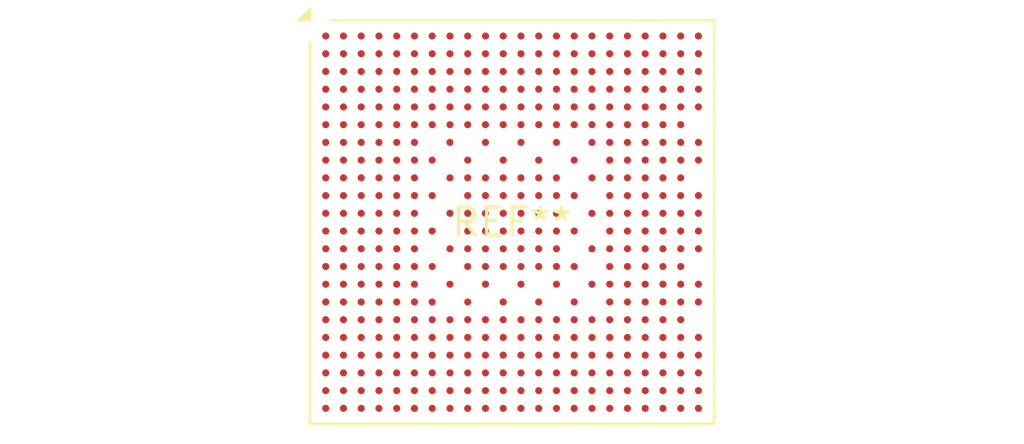
<source format=kicad_pcb>
(kicad_pcb (version 20240108) (generator pcbnew)
  (layers (0 "F.Cu" signal) (31 "B.Cu" signal) (34 "B.Paste" user) (35 "F.Paste" user) (36 "B.SilkS" user "B.Silkscreen") (37 "F.SilkS" user "F.Silkscreen") (38 "B.Mask" user) (39 "F.Mask" user) (44 "Edge.Cuts" user))
  (net 0 "")
  (footprint "ST_LFBGA-448_18x18mm_Layout22x22_P0.8mm" (layer "F.Cu") (at 0 0)
    (property "Reference" "REF**")
    (property "Value" "ST_LFBGA-448_18x18mm_Layout22x22_P0.8mm")
    (pad "A1" smd circle (at -8.4 -8.4) (size 0.32 0.32) (property pad_prop_bga) (layers "F.Cu" "F.Paste" "F.Mask"))
    (pad "A2" smd circle (at -7.6 -8.4) (size 0.32 0.32) (property pad_prop_bga) (layers "F.Cu" "F.Paste" "F.Mask"))
    (pad "A3" smd circle (at -6.8 -8.4) (size 0.32 0.32) (property pad_prop_bga) (layers "F.Cu" "F.Paste" "F.Mask"))
    (pad "A4" smd circle (at -6 -8.4) (size 0.32 0.32) (property pad_prop_bga) (layers "F.Cu" "F.Paste" "F.Mask"))
    (pad "A5" smd circle (at -5.2 -8.4) (size 0.32 0.32) (property pad_prop_bga) (layers "F.Cu" "F.Paste" "F.Mask"))
    (pad "A6" smd circle (at -4.4 -8.4) (size 0.32 0.32) (property pad_prop_bga) (layers "F.Cu" "F.Paste" "F.Mask"))
    (pad "A7" smd circle (at -3.6 -8.4) (size 0.32 0.32) (property pad_prop_bga) (layers "F.Cu" "F.Paste" "F.Mask"))
    (pad "A8" smd circle (at -2.8 -8.4) (size 0.32 0.32) (property pad_prop_bga) (layers "F.Cu" "F.Paste" "F.Mask"))
    (pad "A9" smd circle (at -2 -8.4) (size 0.32 0.32) (property pad_prop_bga) (layers "F.Cu" "F.Paste" "F.Mask"))
    (pad "A10" smd circle (at -1.2 -8.4) (size 0.32 0.32) (property pad_prop_bga) (layers "F.Cu" "F.Paste" "F.Mask"))
    (pad "A11" smd circle (at -0.4 -8.4) (size 0.32 0.32) (property pad_prop_bga) (layers "F.Cu" "F.Paste" "F.Mask"))
    (pad "A12" smd circle (at 0.4 -8.4) (size 0.32 0.32) (property pad_prop_bga) (layers "F.Cu" "F.Paste" "F.Mask"))
    (pad "A13" smd circle (at 1.2 -8.4) (size 0.32 0.32) (property pad_prop_bga) (layers "F.Cu" "F.Paste" "F.Mask"))
    (pad "A14" smd circle (at 2 -8.4) (size 0.32 0.32) (property pad_prop_bga) (layers "F.Cu" "F.Paste" "F.Mask"))
    (pad "A15" smd circle (at 2.8 -8.4) (size 0.32 0.32) (property pad_prop_bga) (layers "F.Cu" "F.Paste" "F.Mask"))
    (pad "A16" smd circle (at 3.6 -8.4) (size 0.32 0.32) (property pad_prop_bga) (layers "F.Cu" "F.Paste" "F.Mask"))
    (pad "A17" smd circle (at 4.4 -8.4) (size 0.32 0.32) (property pad_prop_bga) (layers "F.Cu" "F.Paste" "F.Mask"))
    (pad "A18" smd circle (at 5.2 -8.4) (size 0.32 0.32) (property pad_prop_bga) (layers "F.Cu" "F.Paste" "F.Mask"))
    (pad "A19" smd circle (at 6 -8.4) (size 0.32 0.32) (property pad_prop_bga) (layers "F.Cu" "F.Paste" "F.Mask"))
    (pad "A20" smd circle (at 6.8 -8.4) (size 0.32 0.32) (property pad_prop_bga) (layers "F.Cu" "F.Paste" "F.Mask"))
    (pad "A21" smd circle (at 7.6 -8.4) (size 0.32 0.32) (property pad_prop_bga) (layers "F.Cu" "F.Paste" "F.Mask"))
    (pad "A22" smd circle (at 8.4 -8.4) (size 0.32 0.32) (property pad_prop_bga) (layers "F.Cu" "F.Paste" "F.Mask"))
    (pad "AA1" smd circle (at -8.4 7.6) (size 0.32 0.32) (property pad_prop_bga) (layers "F.Cu" "F.Paste" "F.Mask"))
    (pad "AA2" smd circle (at -7.6 7.6) (size 0.32 0.32) (property pad_prop_bga) (layers "F.Cu" "F.Paste" "F.Mask"))
    (pad "AA3" smd circle (at -6.8 7.6) (size 0.32 0.32) (property pad_prop_bga) (layers "F.Cu" "F.Paste" "F.Mask"))
    (pad "AA4" smd circle (at -6 7.6) (size 0.32 0.32) (property pad_prop_bga) (layers "F.Cu" "F.Paste" "F.Mask"))
    (pad "AA5" smd circle (at -5.2 7.6) (size 0.32 0.32) (property pad_prop_bga) (layers "F.Cu" "F.Paste" "F.Mask"))
    (pad "AA6" smd circle (at -4.4 7.6) (size 0.32 0.32) (property pad_prop_bga) (layers "F.Cu" "F.Paste" "F.Mask"))
    (pad "AA7" smd circle (at -3.6 7.6) (size 0.32 0.32) (property pad_prop_bga) (layers "F.Cu" "F.Paste" "F.Mask"))
    (pad "AA8" smd circle (at -2.8 7.6) (size 0.32 0.32) (property pad_prop_bga) (layers "F.Cu" "F.Paste" "F.Mask"))
    (pad "AA9" smd circle (at -2 7.6) (size 0.32 0.32) (property pad_prop_bga) (layers "F.Cu" "F.Paste" "F.Mask"))
    (pad "AA10" smd circle (at -1.2 7.6) (size 0.32 0.32) (property pad_prop_bga) (layers "F.Cu" "F.Paste" "F.Mask"))
    (pad "AA11" smd circle (at -0.4 7.6) (size 0.32 0.32) (property pad_prop_bga) (layers "F.Cu" "F.Paste" "F.Mask"))
    (pad "AA12" smd circle (at 0.4 7.6) (size 0.32 0.32) (property pad_prop_bga) (layers "F.Cu" "F.Paste" "F.Mask"))
    (pad "AA13" smd circle (at 1.2 7.6) (size 0.32 0.32) (property pad_prop_bga) (layers "F.Cu" "F.Paste" "F.Mask"))
    (pad "AA14" smd circle (at 2 7.6) (size 0.32 0.32) (property pad_prop_bga) (layers "F.Cu" "F.Paste" "F.Mask"))
    (pad "AA15" smd circle (at 2.8 7.6) (size 0.32 0.32) (property pad_prop_bga) (layers "F.Cu" "F.Paste" "F.Mask"))
    (pad "AA16" smd circle (at 3.6 7.6) (size 0.32 0.32) (property pad_prop_bga) (layers "F.Cu" "F.Paste" "F.Mask"))
    (pad "AA17" smd circle (at 4.4 7.6) (size 0.32 0.32) (property pad_prop_bga) (layers "F.Cu" "F.Paste" "F.Mask"))
    (pad "AA18" smd circle (at 5.2 7.6) (size 0.32 0.32) (property pad_prop_bga) (layers "F.Cu" "F.Paste" "F.Mask"))
    (pad "AA19" smd circle (at 6 7.6) (size 0.32 0.32) (property pad_prop_bga) (layers "F.Cu" "F.Paste" "F.Mask"))
    (pad "AA20" smd circle (at 6.8 7.6) (size 0.32 0.32) (property pad_prop_bga) (layers "F.Cu" "F.Paste" "F.Mask"))
    (pad "AA21" smd circle (at 7.6 7.6) (size 0.32 0.32) (property pad_prop_bga) (layers "F.Cu" "F.Paste" "F.Mask"))
    (pad "AA22" smd circle (at 8.4 7.6) (size 0.32 0.32) (property pad_prop_bga) (layers "F.Cu" "F.Paste" "F.Mask"))
    (pad "AB1" smd circle (at -8.4 8.4) (size 0.32 0.32) (property pad_prop_bga) (layers "F.Cu" "F.Paste" "F.Mask"))
    (pad "AB2" smd circle (at -7.6 8.4) (size 0.32 0.32) (property pad_prop_bga) (layers "F.Cu" "F.Paste" "F.Mask"))
    (pad "AB3" smd circle (at -6.8 8.4) (size 0.32 0.32) (property pad_prop_bga) (layers "F.Cu" "F.Paste" "F.Mask"))
    (pad "AB4" smd circle (at -6 8.4) (size 0.32 0.32) (property pad_prop_bga) (layers "F.Cu" "F.Paste" "F.Mask"))
    (pad "AB5" smd circle (at -5.2 8.4) (size 0.32 0.32) (property pad_prop_bga) (layers "F.Cu" "F.Paste" "F.Mask"))
    (pad "AB6" smd circle (at -4.4 8.4) (size 0.32 0.32) (property pad_prop_bga) (layers "F.Cu" "F.Paste" "F.Mask"))
    (pad "AB7" smd circle (at -3.6 8.4) (size 0.32 0.32) (property pad_prop_bga) (layers "F.Cu" "F.Paste" "F.Mask"))
    (pad "AB8" smd circle (at -2.8 8.4) (size 0.32 0.32) (property pad_prop_bga) (layers "F.Cu" "F.Paste" "F.Mask"))
    (pad "AB9" smd circle (at -2 8.4) (size 0.32 0.32) (property pad_prop_bga) (layers "F.Cu" "F.Paste" "F.Mask"))
    (pad "AB10" smd circle (at -1.2 8.4) (size 0.32 0.32) (property pad_prop_bga) (layers "F.Cu" "F.Paste" "F.Mask"))
    (pad "AB11" smd circle (at -0.4 8.4) (size 0.32 0.32) (property pad_prop_bga) (layers "F.Cu" "F.Paste" "F.Mask"))
    (pad "AB12" smd circle (at 0.4 8.4) (size 0.32 0.32) (property pad_prop_bga) (layers "F.Cu" "F.Paste" "F.Mask"))
    (pad "AB13" smd circle (at 1.2 8.4) (size 0.32 0.32) (property pad_prop_bga) (layers "F.Cu" "F.Paste" "F.Mask"))
    (pad "AB14" smd circle (at 2 8.4) (size 0.32 0.32) (property pad_prop_bga) (layers "F.Cu" "F.Paste" "F.Mask"))
    (pad "AB15" smd circle (at 2.8 8.4) (size 0.32 0.32) (property pad_prop_bga) (layers "F.Cu" "F.Paste" "F.Mask"))
    (pad "AB16" smd circle (at 3.6 8.4) (size 0.32 0.32) (property pad_prop_bga) (layers "F.Cu" "F.Paste" "F.Mask"))
    (pad "AB17" smd circle (at 4.4 8.4) (size 0.32 0.32) (property pad_prop_bga) (layers "F.Cu" "F.Paste" "F.Mask"))
    (pad "AB18" smd circle (at 5.2 8.4) (size 0.32 0.32) (property pad_prop_bga) (layers "F.Cu" "F.Paste" "F.Mask"))
    (pad "AB19" smd circle (at 6 8.4) (size 0.32 0.32) (property pad_prop_bga) (layers "F.Cu" "F.Paste" "F.Mask"))
    (pad "AB20" smd circle (at 6.8 8.4) (size 0.32 0.32) (property pad_prop_bga) (layers "F.Cu" "F.Paste" "F.Mask"))
    (pad "AB21" smd circle (at 7.6 8.4) (size 0.32 0.32) (property pad_prop_bga) (layers "F.Cu" "F.Paste" "F.Mask"))
    (pad "AB22" smd circle (at 8.4 8.4) (size 0.32 0.32) (property pad_prop_bga) (layers "F.Cu" "F.Paste" "F.Mask"))
    (pad "B1" smd circle (at -8.4 -7.6) (size 0.32 0.32) (property pad_prop_bga) (layers "F.Cu" "F.Paste" "F.Mask"))
    (pad "B2" smd circle (at -7.6 -7.6) (size 0.32 0.32) (property pad_prop_bga) (layers "F.Cu" "F.Paste" "F.Mask"))
    (pad "B3" smd circle (at -6.8 -7.6) (size 0.32 0.32) (property pad_prop_bga) (layers "F.Cu" "F.Paste" "F.Mask"))
    (pad "B4" smd circle (at -6 -7.6) (size 0.32 0.32) (property pad_prop_bga) (layers "F.Cu" "F.Paste" "F.Mask"))
    (pad "B5" smd circle (at -5.2 -7.6) (size 0.32 0.32) (property pad_prop_bga) (layers "F.Cu" "F.Paste" "F.Mask"))
    (pad "B6" smd circle (at -4.4 -7.6) (size 0.32 0.32) (property pad_prop_bga) (layers "F.Cu" "F.Paste" "F.Mask"))
    (pad "B7" smd circle (at -3.6 -7.6) (size 0.32 0.32) (property pad_prop_bga) (layers "F.Cu" "F.Paste" "F.Mask"))
    (pad "B8" smd circle (at -2.8 -7.6) (size 0.32 0.32) (property pad_prop_bga) (layers "F.Cu" "F.Paste" "F.Mask"))
    (pad "B9" smd circle (at -2 -7.6) (size 0.32 0.32) (property pad_prop_bga) (layers "F.Cu" "F.Paste" "F.Mask"))
    (pad "B10" smd circle (at -1.2 -7.6) (size 0.32 0.32) (property pad_prop_bga) (layers "F.Cu" "F.Paste" "F.Mask"))
    (pad "B11" smd circle (at -0.4 -7.6) (size 0.32 0.32) (property pad_prop_bga) (layers "F.Cu" "F.Paste" "F.Mask"))
    (pad "B12" smd circle (at 0.4 -7.6) (size 0.32 0.32) (property pad_prop_bga) (layers "F.Cu" "F.Paste" "F.Mask"))
    (pad "B13" smd circle (at 1.2 -7.6) (size 0.32 0.32) (property pad_prop_bga) (layers "F.Cu" "F.Paste" "F.Mask"))
    (pad "B14" smd circle (at 2 -7.6) (size 0.32 0.32) (property pad_prop_bga) (layers "F.Cu" "F.Paste" "F.Mask"))
    (pad "B15" smd circle (at 2.8 -7.6) (size 0.32 0.32) (property pad_prop_bga) (layers "F.Cu" "F.Paste" "F.Mask"))
    (pad "B16" smd circle (at 3.6 -7.6) (size 0.32 0.32) (property pad_prop_bga) (layers "F.Cu" "F.Paste" "F.Mask"))
    (pad "B17" smd circle (at 4.4 -7.6) (size 0.32 0.32) (property pad_prop_bga) (layers "F.Cu" "F.Paste" "F.Mask"))
    (pad "B18" smd circle (at 5.2 -7.6) (size 0.32 0.32) (property pad_prop_bga) (layers "F.Cu" "F.Paste" "F.Mask"))
    (pad "B19" smd circle (at 6 -7.6) (size 0.32 0.32) (property pad_prop_bga) (layers "F.Cu" "F.Paste" "F.Mask"))
    (pad "B20" smd circle (at 6.8 -7.6) (size 0.32 0.32) (property pad_prop_bga) (layers "F.Cu" "F.Paste" "F.Mask"))
    (pad "B21" smd circle (at 7.6 -7.6) (size 0.32 0.32) (property pad_prop_bga) (layers "F.Cu" "F.Paste" "F.Mask"))
    (pad "B22" smd circle (at 8.4 -7.6) (size 0.32 0.32) (property pad_prop_bga) (layers "F.Cu" "F.Paste" "F.Mask"))
    (pad "C1" smd circle (at -8.4 -6.8) (size 0.32 0.32) (property pad_prop_bga) (layers "F.Cu" "F.Paste" "F.Mask"))
    (pad "C2" smd circle (at -7.6 -6.8) (size 0.32 0.32) (property pad_prop_bga) (layers "F.Cu" "F.Paste" "F.Mask"))
    (pad "C3" smd circle (at -6.8 -6.8) (size 0.32 0.32) (property pad_prop_bga) (layers "F.Cu" "F.Paste" "F.Mask"))
    (pad "C4" smd circle (at -6 -6.8) (size 0.32 0.32) (property pad_prop_bga) (layers "F.Cu" "F.Paste" "F.Mask"))
    (pad "C5" smd circle (at -5.2 -6.8) (size 0.32 0.32) (property pad_prop_bga) (layers "F.Cu" "F.Paste" "F.Mask"))
    (pad "C6" smd circle (at -4.4 -6.8) (size 0.32 0.32) (property pad_prop_bga) (layers "F.Cu" "F.Paste" "F.Mask"))
    (pad "C7" smd circle (at -3.6 -6.8) (size 0.32 0.32) (property pad_prop_bga) (layers "F.Cu" "F.Paste" "F.Mask"))
    (pad "C8" smd circle (at -2.8 -6.8) (size 0.32 0.32) (property pad_prop_bga) (layers "F.Cu" "F.Paste" "F.Mask"))
    (pad "C9" smd circle (at -2 -6.8) (size 0.32 0.32) (property pad_prop_bga) (layers "F.Cu" "F.Paste" "F.Mask"))
    (pad "C10" smd circle (at -1.2 -6.8) (size 0.32 0.32) (property pad_prop_bga) (layers "F.Cu" "F.Paste" "F.Mask"))
    (pad "C11" smd circle (at -0.4 -6.8) (size 0.32 0.32) (property pad_prop_bga) (layers "F.Cu" "F.Paste" "F.Mask"))
    (pad "C12" smd circle (at 0.4 -6.8) (size 0.32 0.32) (property pad_prop_bga) (layers "F.Cu" "F.Paste" "F.Mask"))
    (pad "C13" smd circle (at 1.2 -6.8) (size 0.32 0.32) (property pad_prop_bga) (layers "F.Cu" "F.Paste" "F.Mask"))
    (pad "C14" smd circle (at 2 -6.8) (size 0.32 0.32) (property pad_prop_bga) (layers "F.Cu" "F.Paste" "F.Mask"))
    (pad "C15" smd circle (at 2.8 -6.8) (size 0.32 0.32) (property pad_prop_bga) (layers "F.Cu" "F.Paste" "F.Mask"))
    (pad "C16" smd circle (at 3.6 -6.8) (size 0.32 0.32) (property pad_prop_bga) (layers "F.Cu" "F.Paste" "F.Mask"))
    (pad "C17" smd circle (at 4.4 -6.8) (size 0.32 0.32) (property pad_prop_bga) (layers "F.Cu" "F.Paste" "F.Mask"))
    (pad "C18" smd circle (at 5.2 -6.8) (size 0.32 0.32) (property pad_prop_bga) (layers "F.Cu" "F.Paste" "F.Mask"))
    (pad "C19" smd circle (at 6 -6.8) (size 0.32 0.32) (property pad_prop_bga) (layers "F.Cu" "F.Paste" "F.Mask"))
    (pad "C20" smd circle (at 6.8 -6.8) (size 0.32 0.32) (property pad_prop_bga) (layers "F.Cu" "F.Paste" "F.Mask"))
    (pad "C21" smd circle (at 7.6 -6.8) (size 0.32 0.32) (property pad_prop_bga) (layers "F.Cu" "F.Paste" "F.Mask"))
    (pad "C22" smd circle (at 8.4 -6.8) (size 0.32 0.32) (property pad_prop_bga) (layers "F.Cu" "F.Paste" "F.Mask"))
    (pad "D1" smd circle (at -8.4 -6) (size 0.32 0.32) (property pad_prop_bga) (layers "F.Cu" "F.Paste" "F.Mask"))
    (pad "D2" smd circle (at -7.6 -6) (size 0.32 0.32) (property pad_prop_bga) (layers "F.Cu" "F.Paste" "F.Mask"))
    (pad "D3" smd circle (at -6.8 -6) (size 0.32 0.32) (property pad_prop_bga) (layers "F.Cu" "F.Paste" "F.Mask"))
    (pad "D4" smd circle (at -6 -6) (size 0.32 0.32) (property pad_prop_bga) (layers "F.Cu" "F.Paste" "F.Mask"))
    (pad "D5" smd circle (at -5.2 -6) (size 0.32 0.32) (property pad_prop_bga) (layers "F.Cu" "F.Paste" "F.Mask"))
    (pad "D6" smd circle (at -4.4 -6) (size 0.32 0.32) (property pad_prop_bga) (layers "F.Cu" "F.Paste" "F.Mask"))
    (pad "D7" smd circle (at -3.6 -6) (size 0.32 0.32) (property pad_prop_bga) (layers "F.Cu" "F.Paste" "F.Mask"))
    (pad "D8" smd circle (at -2.8 -6) (size 0.32 0.32) (property pad_prop_bga) (layers "F.Cu" "F.Paste" "F.Mask"))
    (pad "D9" smd circle (at -2 -6) (size 0.32 0.32) (property pad_prop_bga) (layers "F.Cu" "F.Paste" "F.Mask"))
    (pad "D10" smd circle (at -1.2 -6) (size 0.32 0.32) (property pad_prop_bga) (layers "F.Cu" "F.Paste" "F.Mask"))
    (pad "D11" smd circle (at -0.4 -6) (size 0.32 0.32) (property pad_prop_bga) (layers "F.Cu" "F.Paste" "F.Mask"))
    (pad "D12" smd circle (at 0.4 -6) (size 0.32 0.32) (property pad_prop_bga) (layers "F.Cu" "F.Paste" "F.Mask"))
    (pad "D13" smd circle (at 1.2 -6) (size 0.32 0.32) (property pad_prop_bga) (layers "F.Cu" "F.Paste" "F.Mask"))
    (pad "D14" smd circle (at 2 -6) (size 0.32 0.32) (property pad_prop_bga) (layers "F.Cu" "F.Paste" "F.Mask"))
    (pad "D15" smd circle (at 2.8 -6) (size 0.32 0.32) (property pad_prop_bga) (layers "F.Cu" "F.Paste" "F.Mask"))
    (pad "D16" smd circle (at 3.6 -6) (size 0.32 0.32) (property pad_prop_bga) (layers "F.Cu" "F.Paste" "F.Mask"))
    (pad "D17" smd circle (at 4.4 -6) (size 0.32 0.32) (property pad_prop_bga) (layers "F.Cu" "F.Paste" "F.Mask"))
    (pad "D18" smd circle (at 5.2 -6) (size 0.32 0.32) (property pad_prop_bga) (layers "F.Cu" "F.Paste" "F.Mask"))
    (pad "D19" smd circle (at 6 -6) (size 0.32 0.32) (property pad_prop_bga) (layers "F.Cu" "F.Paste" "F.Mask"))
    (pad "D20" smd circle (at 6.8 -6) (size 0.32 0.32) (property pad_prop_bga) (layers "F.Cu" "F.Paste" "F.Mask"))
    (pad "D21" smd circle (at 7.6 -6) (size 0.32 0.32) (property pad_prop_bga) (layers "F.Cu" "F.Paste" "F.Mask"))
    (pad "D22" smd circle (at 8.4 -6) (size 0.32 0.32) (property pad_prop_bga) (layers "F.Cu" "F.Paste" "F.Mask"))
    (pad "E1" smd circle (at -8.4 -5.2) (size 0.32 0.32) (property pad_prop_bga) (layers "F.Cu" "F.Paste" "F.Mask"))
    (pad "E2" smd circle (at -7.6 -5.2) (size 0.32 0.32) (property pad_prop_bga) (layers "F.Cu" "F.Paste" "F.Mask"))
    (pad "E3" smd circle (at -6.8 -5.2) (size 0.32 0.32) (property pad_prop_bga) (layers "F.Cu" "F.Paste" "F.Mask"))
    (pad "E4" smd circle (at -6 -5.2) (size 0.32 0.32) (property pad_prop_bga) (layers "F.Cu" "F.Paste" "F.Mask"))
    (pad "E5" smd circle (at -5.2 -5.2) (size 0.32 0.32) (property pad_prop_bga) (layers "F.Cu" "F.Paste" "F.Mask"))
    (pad "E6" smd circle (at -4.4 -5.2) (size 0.32 0.32) (property pad_prop_bga) (layers "F.Cu" "F.Paste" "F.Mask"))
    (pad "E7" smd circle (at -3.6 -5.2) (size 0.32 0.32) (property pad_prop_bga) (layers "F.Cu" "F.Paste" "F.Mask"))
    (pad "E8" smd circle (at -2.8 -5.2) (size 0.32 0.32) (property pad_prop_bga) (layers "F.Cu" "F.Paste" "F.Mask"))
    (pad "E9" smd circle (at -2 -5.2) (size 0.32 0.32) (property pad_prop_bga) (layers "F.Cu" "F.Paste" "F.Mask"))
    (pad "E10" smd circle (at -1.2 -5.2) (size 0.32 0.32) (property pad_prop_bga) (layers "F.Cu" "F.Paste" "F.Mask"))
    (pad "E11" smd circle (at -0.4 -5.2) (size 0.32 0.32) (property pad_prop_bga) (layers "F.Cu" "F.Paste" "F.Mask"))
    (pad "E12" smd circle (at 0.4 -5.2) (size 0.32 0.32) (property pad_prop_bga) (layers "F.Cu" "F.Paste" "F.Mask"))
    (pad "E13" smd circle (at 1.2 -5.2) (size 0.32 0.32) (property pad_prop_bga) (layers "F.Cu" "F.Paste" "F.Mask"))
    (pad "E14" smd circle (at 2 -5.2) (size 0.32 0.32) (property pad_prop_bga) (layers "F.Cu" "F.Paste" "F.Mask"))
    (pad "E15" smd circle (at 2.8 -5.2) (size 0.32 0.32) (property pad_prop_bga) (layers "F.Cu" "F.Paste" "F.Mask"))
    (pad "E16" smd circle (at 3.6 -5.2) (size 0.32 0.32) (property pad_prop_bga) (layers "F.Cu" "F.Paste" "F.Mask"))
    (pad "E17" smd circle (at 4.4 -5.2) (size 0.32 0.32) (property pad_prop_bga) (layers "F.Cu" "F.Paste" "F.Mask"))
    (pad "E18" smd circle (at 5.2 -5.2) (size 0.32 0.32) (property pad_prop_bga) (layers "F.Cu" "F.Paste" "F.Mask"))
    (pad "E19" smd circle (at 6 -5.2) (size 0.32 0.32) (property pad_prop_bga) (layers "F.Cu" "F.Paste" "F.Mask"))
    (pad "E20" smd circle (at 6.8 -5.2) (size 0.32 0.32) (property pad_prop_bga) (layers "F.Cu" "F.Paste" "F.Mask"))
    (pad "E21" smd circle (at 7.6 -5.2) (size 0.32 0.32) (property pad_prop_bga) (layers "F.Cu" "F.Paste" "F.Mask"))
    (pad "E22" smd circle (at 8.4 -5.2) (size 0.32 0.32) (property pad_prop_bga) (layers "F.Cu" "F.Paste" "F.Mask"))
    (pad "F1" smd circle (at -8.4 -4.4) (size 0.32 0.32) (property pad_prop_bga) (layers "F.Cu" "F.Paste" "F.Mask"))
    (pad "F2" smd circle (at -7.6 -4.4) (size 0.32 0.32) (property pad_prop_bga) (layers "F.Cu" "F.Paste" "F.Mask"))
    (pad "F3" smd circle (at -6.8 -4.4) (size 0.32 0.32) (property pad_prop_bga) (layers "F.Cu" "F.Paste" "F.Mask"))
    (pad "F4" smd circle (at -6 -4.4) (size 0.32 0.32) (property pad_prop_bga) (layers "F.Cu" "F.Paste" "F.Mask"))
    (pad "F5" smd circle (at -5.2 -4.4) (size 0.32 0.32) (property pad_prop_bga) (layers "F.Cu" "F.Paste" "F.Mask"))
    (pad "F6" smd circle (at -4.4 -4.4) (size 0.32 0.32) (property pad_prop_bga) (layers "F.Cu" "F.Paste" "F.Mask"))
    (pad "F7" smd circle (at -3.6 -4.4) (size 0.32 0.32) (property pad_prop_bga) (layers "F.Cu" "F.Paste" "F.Mask"))
    (pad "F8" smd circle (at -2.8 -4.4) (size 0.32 0.32) (property pad_prop_bga) (layers "F.Cu" "F.Paste" "F.Mask"))
    (pad "F9" smd circle (at -2 -4.4) (size 0.32 0.32) (property pad_prop_bga) (layers "F.Cu" "F.Paste" "F.Mask"))
    (pad "F10" smd circle (at -1.2 -4.4) (size 0.32 0.32) (property pad_prop_bga) (layers "F.Cu" "F.Paste" "F.Mask"))
    (pad "F11" smd circle (at -0.4 -4.4) (size 0.32 0.32) (property pad_prop_bga) (layers "F.Cu" "F.Paste" "F.Mask"))
    (pad "F12" smd circle (at 0.4 -4.4) (size 0.32 0.32) (property pad_prop_bga) (layers "F.Cu" "F.Paste" "F.Mask"))
    (pad "F13" smd circle (at 1.2 -4.4) (size 0.32 0.32) (property pad_prop_bga) (layers "F.Cu" "F.Paste" "F.Mask"))
    (pad "F14" smd circle (at 2 -4.4) (size 0.32 0.32) (property pad_prop_bga) (layers "F.Cu" "F.Paste" "F.Mask"))
    (pad "F15" smd circle (at 2.8 -4.4) (size 0.32 0.32) (property pad_prop_bga) (layers "F.Cu" "F.Paste" "F.Mask"))
    (pad "F16" smd circle (at 3.6 -4.4) (size 0.32 0.32) (property pad_prop_bga) (layers "F.Cu" "F.Paste" "F.Mask"))
    (pad "F17" smd circle (at 4.4 -4.4) (size 0.32 0.32) (property pad_prop_bga) (layers "F.Cu" "F.Paste" "F.Mask"))
    (pad "F18" smd circle (at 5.2 -4.4) (size 0.32 0.32) (property pad_prop_bga) (layers "F.Cu" "F.Paste" "F.Mask"))
    (pad "F19" smd circle (at 6 -4.4) (size 0.32 0.32) (property pad_prop_bga) (layers "F.Cu" "F.Paste" "F.Mask"))
    (pad "F20" smd circle (at 6.8 -4.4) (size 0.32 0.32) (property pad_prop_bga) (layers "F.Cu" "F.Paste" "F.Mask"))
    (pad "F21" smd circle (at 7.6 -4.4) (size 0.32 0.32) (property pad_prop_bga) (layers "F.Cu" "F.Paste" "F.Mask"))
    (pad "G1" smd circle (at -8.4 -3.6) (size 0.32 0.32) (property pad_prop_bga) (layers "F.Cu" "F.Paste" "F.Mask"))
    (pad "G2" smd circle (at -7.6 -3.6) (size 0.32 0.32) (property pad_prop_bga) (layers "F.Cu" "F.Paste" "F.Mask"))
    (pad "G3" smd circle (at -6.8 -3.6) (size 0.32 0.32) (property pad_prop_bga) (layers "F.Cu" "F.Paste" "F.Mask"))
    (pad "G4" smd circle (at -6 -3.6) (size 0.32 0.32) (property pad_prop_bga) (layers "F.Cu" "F.Paste" "F.Mask"))
    (pad "G5" smd circle (at -5.2 -3.6) (size 0.32 0.32) (property pad_prop_bga) (layers "F.Cu" "F.Paste" "F.Mask"))
    (pad "G6" smd circle (at -4.4 -3.6) (size 0.32 0.32) (property pad_prop_bga) (layers "F.Cu" "F.Paste" "F.Mask"))
    (pad "G8" smd circle (at -2.8 -3.6) (size 0.32 0.32) (property pad_prop_bga) (layers "F.Cu" "F.Paste" "F.Mask"))
    (pad "G10" smd circle (at -1.2 -3.6) (size 0.32 0.32) (property pad_prop_bga) (layers "F.Cu" "F.Paste" "F.Mask"))
    (pad "G12" smd circle (at 0.4 -3.6) (size 0.32 0.32) (property pad_prop_bga) (layers "F.Cu" "F.Paste" "F.Mask"))
    (pad "G14" smd circle (at 2 -3.6) (size 0.32 0.32) (property pad_prop_bga) (layers "F.Cu" "F.Paste" "F.Mask"))
    (pad "G16" smd circle (at 3.6 -3.6) (size 0.32 0.32) (property pad_prop_bga) (layers "F.Cu" "F.Paste" "F.Mask"))
    (pad "G17" smd circle (at 4.4 -3.6) (size 0.32 0.32) (property pad_prop_bga) (layers "F.Cu" "F.Paste" "F.Mask"))
    (pad "G18" smd circle (at 5.2 -3.6) (size 0.32 0.32) (property pad_prop_bga) (layers "F.Cu" "F.Paste" "F.Mask"))
    (pad "G19" smd circle (at 6 -3.6) (size 0.32 0.32) (property pad_prop_bga) (layers "F.Cu" "F.Paste" "F.Mask"))
    (pad "G20" smd circle (at 6.8 -3.6) (size 0.32 0.32) (property pad_prop_bga) (layers "F.Cu" "F.Paste" "F.Mask"))
    (pad "G21" smd circle (at 7.6 -3.6) (size 0.32 0.32) (property pad_prop_bga) (layers "F.Cu" "F.Paste" "F.Mask"))
    (pad "G22" smd circle (at 8.4 -3.6) (size 0.32 0.32) (property pad_prop_bga) (layers "F.Cu" "F.Paste" "F.Mask"))
    (pad "H1" smd circle (at -8.4 -2.8) (size 0.32 0.32) (property pad_prop_bga) (layers "F.Cu" "F.Paste" "F.Mask"))
    (pad "H2" smd circle (at -7.6 -2.8) (size 0.32 0.32) (property pad_prop_bga) (layers "F.Cu" "F.Paste" "F.Mask"))
    (pad "H3" smd circle (at -6.8 -2.8) (size 0.32 0.32) (property pad_prop_bga) (layers "F.Cu" "F.Paste" "F.Mask"))
    (pad "H4" smd circle (at -6 -2.8) (size 0.32 0.32) (property pad_prop_bga) (layers "F.Cu" "F.Paste" "F.Mask"))
    (pad "H5" smd circle (at -5.2 -2.8) (size 0.32 0.32) (property pad_prop_bga) (layers "F.Cu" "F.Paste" "F.Mask"))
    (pad "H6" smd circle (at -4.4 -2.8) (size 0.32 0.32) (property pad_prop_bga) (layers "F.Cu" "F.Paste" "F.Mask"))
    (pad "H7" smd circle (at -3.6 -2.8) (size 0.32 0.32) (property pad_prop_bga) (layers "F.Cu" "F.Paste" "F.Mask"))
    (pad "H9" smd circle (at -2 -2.8) (size 0.32 0.32) (property pad_prop_bga) (layers "F.Cu" "F.Paste" "F.Mask"))
    (pad "H11" smd circle (at -0.4 -2.8) (size 0.32 0.32) (property pad_prop_bga) (layers "F.Cu" "F.Paste" "F.Mask"))
    (pad "H13" smd circle (at 1.2 -2.8) (size 0.32 0.32) (property pad_prop_bga) (layers "F.Cu" "F.Paste" "F.Mask"))
    (pad "H15" smd circle (at 2.8 -2.8) (size 0.32 0.32) (property pad_prop_bga) (layers "F.Cu" "F.Paste" "F.Mask"))
    (pad "H17" smd circle (at 4.4 -2.8) (size 0.32 0.32) (property pad_prop_bga) (layers "F.Cu" "F.Paste" "F.Mask"))
    (pad "H18" smd circle (at 5.2 -2.8) (size 0.32 0.32) (property pad_prop_bga) (layers "F.Cu" "F.Paste" "F.Mask"))
    (pad "H19" smd circle (at 6 -2.8) (size 0.32 0.32) (property pad_prop_bga) (layers "F.Cu" "F.Paste" "F.Mask"))
    (pad "H20" smd circle (at 6.8 -2.8) (size 0.32 0.32) (property pad_prop_bga) (layers "F.Cu" "F.Paste" "F.Mask"))
    (pad "H21" smd circle (at 7.6 -2.8) (size 0.32 0.32) (property pad_prop_bga) (layers "F.Cu" "F.Paste" "F.Mask"))
    (pad "H22" smd circle (at 8.4 -2.8) (size 0.32 0.32) (property pad_prop_bga) (layers "F.Cu" "F.Paste" "F.Mask"))
    (pad "J1" smd circle (at -8.4 -2) (size 0.32 0.32) (property pad_prop_bga) (layers "F.Cu" "F.Paste" "F.Mask"))
    (pad "J2" smd circle (at -7.6 -2) (size 0.32 0.32) (property pad_prop_bga) (layers "F.Cu" "F.Paste" "F.Mask"))
    (pad "J3" smd circle (at -6.8 -2) (size 0.32 0.32) (property pad_prop_bga) (layers "F.Cu" "F.Paste" "F.Mask"))
    (pad "J4" smd circle (at -6 -2) (size 0.32 0.32) (property pad_prop_bga) (layers "F.Cu" "F.Paste" "F.Mask"))
    (pad "J5" smd circle (at -5.2 -2) (size 0.32 0.32) (property pad_prop_bga) (layers "F.Cu" "F.Paste" "F.Mask"))
    (pad "J6" smd circle (at -4.4 -2) (size 0.32 0.32) (property pad_prop_bga) (layers "F.Cu" "F.Paste" "F.Mask"))
    (pad "J8" smd circle (at -2.8 -2) (size 0.32 0.32) (property pad_prop_bga) (layers "F.Cu" "F.Paste" "F.Mask"))
    (pad "J9" smd circle (at -2 -2) (size 0.32 0.32) (property pad_prop_bga) (layers "F.Cu" "F.Paste" "F.Mask"))
    (pad "J10" smd circle (at -1.2 -2) (size 0.32 0.32) (property pad_prop_bga) (layers "F.Cu" "F.Paste" "F.Mask"))
    (pad "J11" smd circle (at -0.4 -2) (size 0.32 0.32) (property pad_prop_bga) (layers "F.Cu" "F.Paste" "F.Mask"))
    (pad "J12" smd circle (at 0.4 -2) (size 0.32 0.32) (property pad_prop_bga) (layers "F.Cu" "F.Paste" "F.Mask"))
    (pad "J13" smd circle (at 1.2 -2) (size 0.32 0.32) (property pad_prop_bga) (layers "F.Cu" "F.Paste" "F.Mask"))
    (pad "J14" smd circle (at 2 -2) (size 0.32 0.32) (property pad_prop_bga) (layers "F.Cu" "F.Paste" "F.Mask"))
    (pad "J16" smd circle (at 3.6 -2) (size 0.32 0.32) (property pad_prop_bga) (layers "F.Cu" "F.Paste" "F.Mask"))
    (pad "J17" smd circle (at 4.4 -2) (size 0.32 0.32) (property pad_prop_bga) (layers "F.Cu" "F.Paste" "F.Mask"))
    (pad "J18" smd circle (at 5.2 -2) (size 0.32 0.32) (property pad_prop_bga) (layers "F.Cu" "F.Paste" "F.Mask"))
    (pad "J19" smd circle (at 6 -2) (size 0.32 0.32) (property pad_prop_bga) (layers "F.Cu" "F.Paste" "F.Mask"))
    (pad "J20" smd circle (at 6.8 -2) (size 0.32 0.32) (property pad_prop_bga) (layers "F.Cu" "F.Paste" "F.Mask"))
    (pad "J21" smd circle (at 7.6 -2) (size 0.32 0.32) (property pad_prop_bga) (layers "F.Cu" "F.Paste" "F.Mask"))
    (pad "K1" smd circle (at -8.4 -1.2) (size 0.32 0.32) (property pad_prop_bga) (layers "F.Cu" "F.Paste" "F.Mask"))
    (pad "K2" smd circle (at -7.6 -1.2) (size 0.32 0.32) (property pad_prop_bga) (layers "F.Cu" "F.Paste" "F.Mask"))
    (pad "K3" smd circle (at -6.8 -1.2) (size 0.32 0.32) (property pad_prop_bga) (layers "F.Cu" "F.Paste" "F.Mask"))
    (pad "K4" smd circle (at -6 -1.2) (size 0.32 0.32) (property pad_prop_bga) (layers "F.Cu" "F.Paste" "F.Mask"))
    (pad "K5" smd circle (at -5.2 -1.2) (size 0.32 0.32) (property pad_prop_bga) (layers "F.Cu" "F.Paste" "F.Mask"))
    (pad "K6" smd circle (at -4.4 -1.2) (size 0.32 0.32) (property pad_prop_bga) (layers "F.Cu" "F.Paste" "F.Mask"))
    (pad "K7" smd circle (at -3.6 -1.2) (size 0.32 0.32) (property pad_prop_bga) (layers "F.Cu" "F.Paste" "F.Mask"))
    (pad "K9" smd circle (at -2 -1.2) (size 0.32 0.32) (property pad_prop_bga) (layers "F.Cu" "F.Paste" "F.Mask"))
    (pad "K10" smd circle (at -1.2 -1.2) (size 0.32 0.32) (property pad_prop_bga) (layers "F.Cu" "F.Paste" "F.Mask"))
    (pad "K11" smd circle (at -0.4 -1.2) (size 0.32 0.32) (property pad_prop_bga) (layers "F.Cu" "F.Paste" "F.Mask"))
    (pad "K12" smd circle (at 0.4 -1.2) (size 0.32 0.32) (property pad_prop_bga) (layers "F.Cu" "F.Paste" "F.Mask"))
    (pad "K13" smd circle (at 1.2 -1.2) (size 0.32 0.32) (property pad_prop_bga) (layers "F.Cu" "F.Paste" "F.Mask"))
    (pad "K14" smd circle (at 2 -1.2) (size 0.32 0.32) (property pad_prop_bga) (layers "F.Cu" "F.Paste" "F.Mask"))
    (pad "K15" smd circle (at 2.8 -1.2) (size 0.32 0.32) (property pad_prop_bga) (layers "F.Cu" "F.Paste" "F.Mask"))
    (pad "K17" smd circle (at 4.4 -1.2) (size 0.32 0.32) (property pad_prop_bga) (layers "F.Cu" "F.Paste" "F.Mask"))
    (pad "K18" smd circle (at 5.2 -1.2) (size 0.32 0.32) (property pad_prop_bga) (layers "F.Cu" "F.Paste" "F.Mask"))
    (pad "K19" smd circle (at 6 -1.2) (size 0.32 0.32) (property pad_prop_bga) (layers "F.Cu" "F.Paste" "F.Mask"))
    (pad "K20" smd circle (at 6.8 -1.2) (size 0.32 0.32) (property pad_prop_bga) (layers "F.Cu" "F.Paste" "F.Mask"))
    (pad "K21" smd circle (at 7.6 -1.2) (size 0.32 0.32) (property pad_prop_bga) (layers "F.Cu" "F.Paste" "F.Mask"))
    (pad "K22" smd circle (at 8.4 -1.2) (size 0.32 0.32) (property pad_prop_bga) (layers "F.Cu" "F.Paste" "F.Mask"))
    (pad "L1" smd circle (at -8.4 -0.4) (size 0.32 0.32) (property pad_prop_bga) (layers "F.Cu" "F.Paste" "F.Mask"))
    (pad "L2" smd circle (at -7.6 -0.4) (size 0.32 0.32) (property pad_prop_bga) (layers "F.Cu" "F.Paste" "F.Mask"))
    (pad "L3" smd circle (at -6.8 -0.4) (size 0.32 0.32) (property pad_prop_bga) (layers "F.Cu" "F.Paste" "F.Mask"))
    (pad "L4" smd circle (at -6 -0.4) (size 0.32 0.32) (property pad_prop_bga) (layers "F.Cu" "F.Paste" "F.Mask"))
    (pad "L5" smd circle (at -5.2 -0.4) (size 0.32 0.32) (property pad_prop_bga) (layers "F.Cu" "F.Paste" "F.Mask"))
    (pad "L6" smd circle (at -4.4 -0.4) (size 0.32 0.32) (property pad_prop_bga) (layers "F.Cu" "F.Paste" "F.Mask"))
    (pad "L8" smd circle (at -2.8 -0.4) (size 0.32 0.32) (property pad_prop_bga) (layers "F.Cu" "F.Paste" "F.Mask"))
    (pad "L9" smd circle (at -2 -0.4) (size 0.32 0.32) (property pad_prop_bga) (layers "F.Cu" "F.Paste" "F.Mask"))
    (pad "L10" smd circle (at -1.2 -0.4) (size 0.32 0.32) (property pad_prop_bga) (layers "F.Cu" "F.Paste" "F.Mask"))
    (pad "L11" smd circle (at -0.4 -0.4) (size 0.32 0.32) (property pad_prop_bga) (layers "F.Cu" "F.Paste" "F.Mask"))
    (pad "L12" smd circle (at 0.4 -0.4) (size 0.32 0.32) (property pad_prop_bga) (layers "F.Cu" "F.Paste" "F.Mask"))
    (pad "L13" smd circle (at 1.2 -0.4) (size 0.32 0.32) (property pad_prop_bga) (layers "F.Cu" "F.Paste" "F.Mask"))
    (pad "L14" smd circle (at 2 -0.4) (size 0.32 0.32) (property pad_prop_bga) (layers "F.Cu" "F.Paste" "F.Mask"))
    (pad "L16" smd circle (at 3.6 -0.4) (size 0.32 0.32) (property pad_prop_bga) (layers "F.Cu" "F.Paste" "F.Mask"))
    (pad "L17" smd circle (at 4.4 -0.4) (size 0.32 0.32) (property pad_prop_bga) (layers "F.Cu" "F.Paste" "F.Mask"))
    (pad "L18" smd circle (at 5.2 -0.4) (size 0.32 0.32) (property pad_prop_bga) (layers "F.Cu" "F.Paste" "F.Mask"))
    (pad "L19" smd circle (at 6 -0.4) (size 0.32 0.32) (property pad_prop_bga) (layers "F.Cu" "F.Paste" "F.Mask"))
    (pad "L20" smd circle (at 6.8 -0.4) (size 0.32 0.32) (property pad_prop_bga) (layers "F.Cu" "F.Paste" "F.Mask"))
    (pad "L21" smd circle (at 7.6 -0.4) (size 0.32 0.32) (property pad_prop_bga) (layers "F.Cu" "F.Paste" "F.Mask"))
    (pad "L22" smd circle (at 8.4 -0.4) (size 0.32 0.32) (property pad_prop_bga) (layers "F.Cu" "F.Paste" "F.Mask"))
    (pad "M1" smd circle (at -8.4 0.4) (size 0.32 0.32) (property pad_prop_bga) (layers "F.Cu" "F.Paste" "F.Mask"))
    (pad "M2" smd circle (at -7.6 0.4) (size 0.32 0.32) (property pad_prop_bga) (layers "F.Cu" "F.Paste" "F.Mask"))
    (pad "M3" smd circle (at -6.8 0.4) (size 0.32 0.32) (property pad_prop_bga) (layers "F.Cu" "F.Paste" "F.Mask"))
    (pad "M4" smd circle (at -6 0.4) (size 0.32 0.32) (property pad_prop_bga) (layers "F.Cu" "F.Paste" "F.Mask"))
    (pad "M5" smd circle (at -5.2 0.4) (size 0.32 0.32) (property pad_prop_bga) (layers "F.Cu" "F.Paste" "F.Mask"))
    (pad "M6" smd circle (at -4.4 0.4) (size 0.32 0.32) (property pad_prop_bga) (layers "F.Cu" "F.Paste" "F.Mask"))
    (pad "M7" smd circle (at -3.6 0.4) (size 0.32 0.32) (property pad_prop_bga) (layers "F.Cu" "F.Paste" "F.Mask"))
    (pad "M9" smd circle (at -2 0.4) (size 0.32 0.32) (property pad_prop_bga) (layers "F.Cu" "F.Paste" "F.Mask"))
    (pad "M10" smd circle (at -1.2 0.4) (size 0.32 0.32) (property pad_prop_bga) (layers "F.Cu" "F.Paste" "F.Mask"))
    (pad "M11" smd circle (at -0.4 0.4) (size 0.32 0.32) (property pad_prop_bga) (layers "F.Cu" "F.Paste" "F.Mask"))
    (pad "M12" smd circle (at 0.4 0.4) (size 0.32 0.32) (property pad_prop_bga) (layers "F.Cu" "F.Paste" "F.Mask"))
    (pad "M13" smd circle (at 1.2 0.4) (size 0.32 0.32) (property pad_prop_bga) (layers "F.Cu" "F.Paste" "F.Mask"))
    (pad "M14" smd circle (at 2 0.4) (size 0.32 0.32) (property pad_prop_bga) (layers "F.Cu" "F.Paste" "F.Mask"))
    (pad "M15" smd circle (at 2.8 0.4) (size 0.32 0.32) (property pad_prop_bga) (layers "F.Cu" "F.Paste" "F.Mask"))
    (pad "M17" smd circle (at 4.4 0.4) (size 0.32 0.32) (property pad_prop_bga) (layers "F.Cu" "F.Paste" "F.Mask"))
    (pad "M18" smd circle (at 5.2 0.4) (size 0.32 0.32) (property pad_prop_bga) (layers "F.Cu" "F.Paste" "F.Mask"))
    (pad "M19" smd circle (at 6 0.4) (size 0.32 0.32) (property pad_prop_bga) (layers "F.Cu" "F.Paste" "F.Mask"))
    (pad "M20" smd circle (at 6.8 0.4) (size 0.32 0.32) (property pad_prop_bga) (layers "F.Cu" "F.Paste" "F.Mask"))
    (pad "M21" smd circle (at 7.6 0.4) (size 0.32 0.32) (property pad_prop_bga) (layers "F.Cu" "F.Paste" "F.Mask"))
    (pad "M22" smd circle (at 8.4 0.4) (size 0.32 0.32) (property pad_prop_bga) (layers "F.Cu" "F.Paste" "F.Mask"))
    (pad "N1" smd circle (at -8.4 1.2) (size 0.32 0.32) (property pad_prop_bga) (layers "F.Cu" "F.Paste" "F.Mask"))
    (pad "N2" smd circle (at -7.6 1.2) (size 0.32 0.32) (property pad_prop_bga) (layers "F.Cu" "F.Paste" "F.Mask"))
    (pad "N3" smd circle (at -6.8 1.2) (size 0.32 0.32) (property pad_prop_bga) (layers "F.Cu" "F.Paste" "F.Mask"))
    (pad "N4" smd circle (at -6 1.2) (size 0.32 0.32) (property pad_prop_bga) (layers "F.Cu" "F.Paste" "F.Mask"))
    (pad "N5" smd circle (at -5.2 1.2) (size 0.32 0.32) (property pad_prop_bga) (layers "F.Cu" "F.Paste" "F.Mask"))
    (pad "N6" smd circle (at -4.4 1.2) (size 0.32 0.32) (property pad_prop_bga) (layers "F.Cu" "F.Paste" "F.Mask"))
    (pad "N8" smd circle (at -2.8 1.2) (size 0.32 0.32) (property pad_prop_bga) (layers "F.Cu" "F.Paste" "F.Mask"))
    (pad "N9" smd circle (at -2 1.2) (size 0.32 0.32) (property pad_prop_bga) (layers "F.Cu" "F.Paste" "F.Mask"))
    (pad "N10" smd circle (at -1.2 1.2) (size 0.32 0.32) (property pad_prop_bga) (layers "F.Cu" "F.Paste" "F.Mask"))
    (pad "N11" smd circle (at -0.4 1.2) (size 0.32 0.32) (property pad_prop_bga) (layers "F.Cu" "F.Paste" "F.Mask"))
    (pad "N12" smd circle (at 0.4 1.2) (size 0.32 0.32) (property pad_prop_bga) (layers "F.Cu" "F.Paste" "F.Mask"))
    (pad "N13" smd circle (at 1.2 1.2) (size 0.32 0.32) (property pad_prop_bga) (layers "F.Cu" "F.Paste" "F.Mask"))
    (pad "N14" smd circle (at 2 1.2) (size 0.32 0.32) (property pad_prop_bga) (layers "F.Cu" "F.Paste" "F.Mask"))
    (pad "N16" smd circle (at 3.6 1.2) (size 0.32 0.32) (property pad_prop_bga) (layers "F.Cu" "F.Paste" "F.Mask"))
    (pad "N17" smd circle (at 4.4 1.2) (size 0.32 0.32) (property pad_prop_bga) (layers "F.Cu" "F.Paste" "F.Mask"))
    (pad "N18" smd circle (at 5.2 1.2) (size 0.32 0.32) (property pad_prop_bga) (layers "F.Cu" "F.Paste" "F.Mask"))
    (pad "N19" smd circle (at 6 1.2) (size 0.32 0.32) (property pad_prop_bga) (layers "F.Cu" "F.Paste" "F.Mask"))
    (pad "N20" smd circle (at 6.8 1.2) (size 0.32 0.32) (property pad_prop_bga) (layers "F.Cu" "F.Paste" "F.Mask"))
    (pad "N21" smd circle (at 7.6 1.2) (size 0.32 0.32) (property pad_prop_bga) (layers "F.Cu" "F.Paste" "F.Mask"))
    (pad "N22" smd circle (at 8.4 1.2) (size 0.32 0.32) (property pad_prop_bga) (layers "F.Cu" "F.Paste" "F.Mask"))
    (pad "P1" smd circle (at -8.4 2) (size 0.32 0.32) (property pad_prop_bga) (layers "F.Cu" "F.Paste" "F.Mask"))
    (pad "P2" smd circle (at -7.6 2) (size 0.32 0.32) (property pad_prop_bga) (layers "F.Cu" "F.Paste" "F.Mask"))
    (pad "P3" smd circle (at -6.8 2) (size 0.32 0.32) (property pad_prop_bga) (layers "F.Cu" "F.Paste" "F.Mask"))
    (pad "P4" smd circle (at -6 2) (size 0.32 0.32) (property pad_prop_bga) (layers "F.Cu" "F.Paste" "F.Mask"))
    (pad "P5" smd circle (at -5.2 2) (size 0.32 0.32) (property pad_prop_bga) (layers "F.Cu" "F.Paste" "F.Mask"))
    (pad "P6" smd circle (at -4.4 2) (size 0.32 0.32) (property pad_prop_bga) (layers "F.Cu" "F.Paste" "F.Mask"))
    (pad "P7" smd circle (at -3.6 2) (size 0.32 0.32) (property pad_prop_bga) (layers "F.Cu" "F.Paste" "F.Mask"))
    (pad "P9" smd circle (at -2 2) (size 0.32 0.32) (property pad_prop_bga) (layers "F.Cu" "F.Paste" "F.Mask"))
    (pad "P10" smd circle (at -1.2 2) (size 0.32 0.32) (property pad_prop_bga) (layers "F.Cu" "F.Paste" "F.Mask"))
    (pad "P11" smd circle (at -0.4 2) (size 0.32 0.32) (property pad_prop_bga) (layers "F.Cu" "F.Paste" "F.Mask"))
    (pad "P12" smd circle (at 0.4 2) (size 0.32 0.32) (property pad_prop_bga) (layers "F.Cu" "F.Paste" "F.Mask"))
    (pad "P13" smd circle (at 1.2 2) (size 0.32 0.32) (property pad_prop_bga) (layers "F.Cu" "F.Paste" "F.Mask"))
    (pad "P14" smd circle (at 2 2) (size 0.32 0.32) (property pad_prop_bga) (layers "F.Cu" "F.Paste" "F.Mask"))
    (pad "P15" smd circle (at 2.8 2) (size 0.32 0.32) (property pad_prop_bga) (layers "F.Cu" "F.Paste" "F.Mask"))
    (pad "P17" smd circle (at 4.4 2) (size 0.32 0.32) (property pad_prop_bga) (layers "F.Cu" "F.Paste" "F.Mask"))
    (pad "P18" smd circle (at 5.2 2) (size 0.32 0.32) (property pad_prop_bga) (layers "F.Cu" "F.Paste" "F.Mask"))
    (pad "P19" smd circle (at 6 2) (size 0.32 0.32) (property pad_prop_bga) (layers "F.Cu" "F.Paste" "F.Mask"))
    (pad "P20" smd circle (at 6.8 2) (size 0.32 0.32) (property pad_prop_bga) (layers "F.Cu" "F.Paste" "F.Mask"))
    (pad "P21" smd circle (at 7.6 2) (size 0.32 0.32) (property pad_prop_bga) (layers "F.Cu" "F.Paste" "F.Mask"))
    (pad "R1" smd circle (at -8.4 2.8) (size 0.32 0.32) (property pad_prop_bga) (layers "F.Cu" "F.Paste" "F.Mask"))
    (pad "R2" smd circle (at -7.6 2.8) (size 0.32 0.32) (property pad_prop_bga) (layers "F.Cu" "F.Paste" "F.Mask"))
    (pad "R3" smd circle (at -6.8 2.8) (size 0.32 0.32) (property pad_prop_bga) (layers "F.Cu" "F.Paste" "F.Mask"))
    (pad "R4" smd circle (at -6 2.8) (size 0.32 0.32) (property pad_prop_bga) (layers "F.Cu" "F.Paste" "F.Mask"))
    (pad "R5" smd circle (at -5.2 2.8) (size 0.32 0.32) (property pad_prop_bga) (layers "F.Cu" "F.Paste" "F.Mask"))
    (pad "R6" smd circle (at -4.4 2.8) (size 0.32 0.32) (property pad_prop_bga) (layers "F.Cu" "F.Paste" "F.Mask"))
    (pad "R8" smd circle (at -2.8 2.8) (size 0.32 0.32) (property pad_prop_bga) (layers "F.Cu" "F.Paste" "F.Mask"))
    (pad "R10" smd circle (at -1.2 2.8) (size 0.32 0.32) (property pad_prop_bga) (layers "F.Cu" "F.Paste" "F.Mask"))
    (pad "R12" smd circle (at 0.4 2.8) (size 0.32 0.32) (property pad_prop_bga) (layers "F.Cu" "F.Paste" "F.Mask"))
    (pad "R14" smd circle (at 2 2.8) (size 0.32 0.32) (property pad_prop_bga) (layers "F.Cu" "F.Paste" "F.Mask"))
    (pad "R16" smd circle (at 3.6 2.8) (size 0.32 0.32) (property pad_prop_bga) (layers "F.Cu" "F.Paste" "F.Mask"))
    (pad "R17" smd circle (at 4.4 2.8) (size 0.32 0.32) (property pad_prop_bga) (layers "F.Cu" "F.Paste" "F.Mask"))
    (pad "R18" smd circle (at 5.2 2.8) (size 0.32 0.32) (property pad_prop_bga) (layers "F.Cu" "F.Paste" "F.Mask"))
    (pad "R19" smd circle (at 6 2.8) (size 0.32 0.32) (property pad_prop_bga) (layers "F.Cu" "F.Paste" "F.Mask"))
    (pad "R20" smd circle (at 6.8 2.8) (size 0.32 0.32) (property pad_prop_bga) (layers "F.Cu" "F.Paste" "F.Mask"))
    (pad "R21" smd circle (at 7.6 2.8) (size 0.32 0.32) (property pad_prop_bga) (layers "F.Cu" "F.Paste" "F.Mask"))
    (pad "R22" smd circle (at 8.4 2.8) (size 0.32 0.32) (property pad_prop_bga) (layers "F.Cu" "F.Paste" "F.Mask"))
    (pad "T1" smd circle (at -8.4 3.6) (size 0.32 0.32) (property pad_prop_bga) (layers "F.Cu" "F.Paste" "F.Mask"))
    (pad "T2" smd circle (at -7.6 3.6) (size 0.32 0.32) (property pad_prop_bga) (layers "F.Cu" "F.Paste" "F.Mask"))
    (pad "T3" smd circle (at -6.8 3.6) (size 0.32 0.32) (property pad_prop_bga) (layers "F.Cu" "F.Paste" "F.Mask"))
    (pad "T4" smd circle (at -6 3.6) (size 0.32 0.32) (property pad_prop_bga) (layers "F.Cu" "F.Paste" "F.Mask"))
    (pad "T5" smd circle (at -5.2 3.6) (size 0.32 0.32) (property pad_prop_bga) (layers "F.Cu" "F.Paste" "F.Mask"))
    (pad "T6" smd circle (at -4.4 3.6) (size 0.32 0.32) (property pad_prop_bga) (layers "F.Cu" "F.Paste" "F.Mask"))
    (pad "T7" smd circle (at -3.6 3.6) (size 0.32 0.32) (property pad_prop_bga) (layers "F.Cu" "F.Paste" "F.Mask"))
    (pad "T9" smd circle (at -2 3.6) (size 0.32 0.32) (property pad_prop_bga) (layers "F.Cu" "F.Paste" "F.Mask"))
    (pad "T11" smd circle (at -0.4 3.6) (size 0.32 0.32) (property pad_prop_bga) (layers "F.Cu" "F.Paste" "F.Mask"))
    (pad "T13" smd circle (at 1.2 3.6) (size 0.32 0.32) (property pad_prop_bga) (layers "F.Cu" "F.Paste" "F.Mask"))
    (pad "T15" smd circle (at 2.8 3.6) (size 0.32 0.32) (property pad_prop_bga) (layers "F.Cu" "F.Paste" "F.Mask"))
    (pad "T17" smd circle (at 4.4 3.6) (size 0.32 0.32) (property pad_prop_bga) (layers "F.Cu" "F.Paste" "F.Mask"))
    (pad "T18" smd circle (at 5.2 3.6) (size 0.32 0.32) (property pad_prop_bga) (layers "F.Cu" "F.Paste" "F.Mask"))
    (pad "T19" smd circle (at 6 3.6) (size 0.32 0.32) (property pad_prop_bga) (layers "F.Cu" "F.Paste" "F.Mask"))
    (pad "T20" smd circle (at 6.8 3.6) (size 0.32 0.32) (property pad_prop_bga) (layers "F.Cu" "F.Paste" "F.Mask"))
    (pad "T21" smd circle (at 7.6 3.6) (size 0.32 0.32) (property pad_prop_bga) (layers "F.Cu" "F.Paste" "F.Mask"))
    (pad "T22" smd circle (at 8.4 3.6) (size 0.32 0.32) (property pad_prop_bga) (layers "F.Cu" "F.Paste" "F.Mask"))
    (pad "U1" smd circle (at -8.4 4.4) (size 0.32 0.32) (property pad_prop_bga) (layers "F.Cu" "F.Paste" "F.Mask"))
    (pad "U2" smd circle (at -7.6 4.4) (size 0.32 0.32) (property pad_prop_bga) (layers "F.Cu" "F.Paste" "F.Mask"))
    (pad "U3" smd circle (at -6.8 4.4) (size 0.32 0.32) (property pad_prop_bga) (layers "F.Cu" "F.Paste" "F.Mask"))
    (pad "U4" smd circle (at -6 4.4) (size 0.32 0.32) (property pad_prop_bga) (layers "F.Cu" "F.Paste" "F.Mask"))
    (pad "U5" smd circle (at -5.2 4.4) (size 0.32 0.32) (property pad_prop_bga) (layers "F.Cu" "F.Paste" "F.Mask"))
    (pad "U6" smd circle (at -4.4 4.4) (size 0.32 0.32) (property pad_prop_bga) (layers "F.Cu" "F.Paste" "F.Mask"))
    (pad "U7" smd circle (at -3.6 4.4) (size 0.32 0.32) (property pad_prop_bga) (layers "F.Cu" "F.Paste" "F.Mask"))
    (pad "U8" smd circle (at -2.8 4.4) (size 0.32 0.32) (property pad_prop_bga) (layers "F.Cu" "F.Paste" "F.Mask"))
    (pad "U9" smd circle (at -2 4.4) (size 0.32 0.32) (property pad_prop_bga) (layers "F.Cu" "F.Paste" "F.Mask"))
    (pad "U10" smd circle (at -1.2 4.4) (size 0.32 0.32) (property pad_prop_bga) (layers "F.Cu" "F.Paste" "F.Mask"))
    (pad "U11" smd circle (at -0.4 4.4) (size 0.32 0.32) (property pad_prop_bga) (layers "F.Cu" "F.Paste" "F.Mask"))
    (pad "U12" smd circle (at 0.4 4.4) (size 0.32 0.32) (property pad_prop_bga) (layers "F.Cu" "F.Paste" "F.Mask"))
    (pad "U13" smd circle (at 1.2 4.4) (size 0.32 0.32) (property pad_prop_bga) (layers "F.Cu" "F.Paste" "F.Mask"))
    (pad "U14" smd circle (at 2 4.4) (size 0.32 0.32) (property pad_prop_bga) (layers "F.Cu" "F.Paste" "F.Mask"))
    (pad "U15" smd circle (at 2.8 4.4) (size 0.32 0.32) (property pad_prop_bga) (layers "F.Cu" "F.Paste" "F.Mask"))
    (pad "U16" smd circle (at 3.6 4.4) (size 0.32 0.32) (property pad_prop_bga) (layers "F.Cu" "F.Paste" "F.Mask"))
    (pad "U17" smd circle (at 4.4 4.4) (size 0.32 0.32) (property pad_prop_bga) (layers "F.Cu" "F.Paste" "F.Mask"))
    (pad "U18" smd circle (at 5.2 4.4) (size 0.32 0.32) (property pad_prop_bga) (layers "F.Cu" "F.Paste" "F.Mask"))
    (pad "U19" smd circle (at 6 4.4) (size 0.32 0.32) (property pad_prop_bga) (layers "F.Cu" "F.Paste" "F.Mask"))
    (pad "U20" smd circle (at 6.8 4.4) (size 0.32 0.32) (property pad_prop_bga) (layers "F.Cu" "F.Paste" "F.Mask"))
    (pad "U21" smd circle (at 7.6 4.4) (size 0.32 0.32) (property pad_prop_bga) (layers "F.Cu" "F.Paste" "F.Mask"))
    (pad "V1" smd circle (at -8.4 5.2) (size 0.32 0.32) (property pad_prop_bga) (layers "F.Cu" "F.Paste" "F.Mask"))
    (pad "V2" smd circle (at -7.6 5.2) (size 0.32 0.32) (property pad_prop_bga) (layers "F.Cu" "F.Paste" "F.Mask"))
    (pad "V3" smd circle (at -6.8 5.2) (size 0.32 0.32) (property pad_prop_bga) (layers "F.Cu" "F.Paste" "F.Mask"))
    (pad "V4" smd circle (at -6 5.2) (size 0.32 0.32) (property pad_prop_bga) (layers "F.Cu" "F.Paste" "F.Mask"))
    (pad "V5" smd circle (at -5.2 5.2) (size 0.32 0.32) (property pad_prop_bga) (layers "F.Cu" "F.Paste" "F.Mask"))
    (pad "V6" smd circle (at -4.4 5.2) (size 0.32 0.32) (property pad_prop_bga) (layers "F.Cu" "F.Paste" "F.Mask"))
    (pad "V7" smd circle (at -3.6 5.2) (size 0.32 0.32) (property pad_prop_bga) (layers "F.Cu" "F.Paste" "F.Mask"))
    (pad "V8" smd circle (at -2.8 5.2) (size 0.32 0.32) (property pad_prop_bga) (layers "F.Cu" "F.Paste" "F.Mask"))
    (pad "V9" smd circle (at -2 5.2) (size 0.32 0.32) (property pad_prop_bga) (layers "F.Cu" "F.Paste" "F.Mask"))
    (pad "V10" smd circle (at -1.2 5.2) (size 0.32 0.32) (property pad_prop_bga) (layers "F.Cu" "F.Paste" "F.Mask"))
    (pad "V11" smd circle (at -0.4 5.2) (size 0.32 0.32) (property pad_prop_bga) (layers "F.Cu" "F.Paste" "F.Mask"))
    (pad "V12" smd circle (at 0.4 5.2) (size 0.32 0.32) (property pad_prop_bga) (layers "F.Cu" "F.Paste" "F.Mask"))
    (pad "V13" smd circle (at 1.2 5.2) (size 0.32 0.32) (property pad_prop_bga) (layers "F.Cu" "F.Paste" "F.Mask"))
    (pad "V14" smd circle (at 2 5.2) (size 0.32 0.32) (property pad_prop_bga) (layers "F.Cu" "F.Paste" "F.Mask"))
    (pad "V15" smd circle (at 2.8 5.2) (size 0.32 0.32) (property pad_prop_bga) (layers "F.Cu" "F.Paste" "F.Mask"))
    (pad "V16" smd circle (at 3.6 5.2) (size 0.32 0.32) (property pad_prop_bga) (layers "F.Cu" "F.Paste" "F.Mask"))
    (pad "V17" smd circle (at 4.4 5.2) (size 0.32 0.32) (property pad_prop_bga) (layers "F.Cu" "F.Paste" "F.Mask"))
    (pad "V18" smd circle (at 5.2 5.2) (size 0.32 0.32) (property pad_prop_bga) (layers "F.Cu" "F.Paste" "F.Mask"))
    (pad "V19" smd circle (at 6 5.2) (size 0.32 0.32) (property pad_prop_bga) (layers "F.Cu" "F.Paste" "F.Mask"))
    (pad "V20" smd circle (at 6.8 5.2) (size 0.32 0.32) (property pad_prop_bga) (layers "F.Cu" "F.Paste" "F.Mask"))
    (pad "V21" smd circle (at 7.6 5.2) (size 0.32 0.32) (property pad_prop_bga) (layers "F.Cu" "F.Paste" "F.Mask"))
    (pad "V22" smd circle (at 8.4 5.2) (size 0.32 0.32) (property pad_prop_bga) (layers "F.Cu" "F.Paste" "F.Mask"))
    (pad "W1" smd circle (at -8.4 6) (size 0.32 0.32) (property pad_prop_bga) (layers "F.Cu" "F.Paste" "F.Mask"))
    (pad "W2" smd circle (at -7.6 6) (size 0.32 0.32) (property pad_prop_bga) (layers "F.Cu" "F.Paste" "F.Mask"))
    (pad "W3" smd circle (at -6.8 6) (size 0.32 0.32) (property pad_prop_bga) (layers "F.Cu" "F.Paste" "F.Mask"))
    (pad "W4" smd circle (at -6 6) (size 0.32 0.32) (property pad_prop_bga) (layers "F.Cu" "F.Paste" "F.Mask"))
    (pad "W5" smd circle (at -5.2 6) (size 0.32 0.32) (property pad_prop_bga) (layers "F.Cu" "F.Paste" "F.Mask"))
    (pad "W6" smd circle (at -4.4 6) (size 0.32 0.32) (property pad_prop_bga) (layers "F.Cu" "F.Paste" "F.Mask"))
    (pad "W7" smd circle (at -3.6 6) (size 0.32 0.32) (property pad_prop_bga) (layers "F.Cu" "F.Paste" "F.Mask"))
    (pad "W8" smd circle (at -2.8 6) (size 0.32 0.32) (property pad_prop_bga) (layers "F.Cu" "F.Paste" "F.Mask"))
    (pad "W9" smd circle (at -2 6) (size 0.32 0.32) (property pad_prop_bga) (layers "F.Cu" "F.Paste" "F.Mask"))
    (pad "W10" smd circle (at -1.2 6) (size 0.32 0.32) (property pad_prop_bga) (layers "F.Cu" "F.Paste" "F.Mask"))
    (pad "W11" smd circle (at -0.4 6) (size 0.32 0.32) (property pad_prop_bga) (layers "F.Cu" "F.Paste" "F.Mask"))
    (pad "W12" smd circle (at 0.4 6) (size 0.32 0.32) (property pad_prop_bga) (layers "F.Cu" "F.Paste" "F.Mask"))
    (pad "W13" smd circle (at 1.2 6) (size 0.32 0.32) (property pad_prop_bga) (layers "F.Cu" "F.Paste" "F.Mask"))
    (pad "W14" smd circle (at 2 6) (size 0.32 0.32) (property pad_prop_bga) (layers "F.Cu" "F.Paste" "F.Mask"))
    (pad "W15" smd circle (at 2.8 6) (size 0.32 0.32) (property pad_prop_bga) (layers "F.Cu" "F.Paste" "F.Mask"))
    (pad "W16" smd circle (at 3.6 6) (size 0.32 0.32) (property pad_prop_bga) (layers "F.Cu" "F.Paste" "F.Mask"))
    (pad "W17" smd circle (at 4.4 6) (size 0.32 0.32) (property pad_prop_bga) (layers "F.Cu" "F.Paste" "F.Mask"))
    (pad "W18" smd circle (at 5.2 6) (size 0.32 0.32) (property pad_prop_bga) (layers "F.Cu" "F.Paste" "F.Mask"))
    (pad "W19" smd circle (at 6 6) (size 0.32 0.32) (property pad_prop_bga) (layers "F.Cu" "F.Paste" "F.Mask"))
    (pad "W20" smd circle (at 6.8 6) (size 0.32 0.32) (property pad_prop_bga) (layers "F.Cu" "F.Paste" "F.Mask"))
    (pad "W21" smd circle (at 7.6 6) (size 0.32 0.32) (property pad_prop_bga) (layers "F.Cu" "F.Paste" "F.Mask"))
    (pad "W22" smd circle (at 8.4 6) (size 0.32 0.32) (property pad_prop_bga) (layers "F.Cu" "F.Paste" "F.Mask"))
    (pad "Y1" smd circle (at -8.4 6.8) (size 0.32 0.32) (property pad_prop_bga) (layers "F.Cu" "F.Paste" "F.Mask"))
    (pad "Y2" smd circle (at -7.6 6.8) (size 0.32 0.32) (property pad_prop_bga) (layers "F.Cu" "F.Paste" "F.Mask"))
    (pad "Y3" smd circle (at -6.8 6.8) (size 0.32 0.32) (property pad_prop_bga) (layers "F.Cu" "F.Paste" "F.Mask"))
    (pad "Y4" smd circle (at -6 6.8) (size 0.32 0.32) (property pad_prop_bga) (layers "F.Cu" "F.Paste" "F.Mask"))
    (pad "Y5" smd circle (at -5.2 6.8) (size 0.32 0.32) (property pad_prop_bga) (layers "F.Cu" "F.Paste" "F.Mask"))
    (pad "Y6" smd circle (at -4.4 6.8) (size 0.32 0.32) (property pad_prop_bga) (layers "F.Cu" "F.Paste" "F.Mask"))
    (pad "Y7" smd circle (at -3.6 6.8) (size 0.32 0.32) (property pad_prop_bga) (layers "F.Cu" "F.Paste" "F.Mask"))
    (pad "Y8" smd circle (at -2.8 6.8) (size 0.32 0.32) (property pad_prop_bga) (layers "F.Cu" "F.Paste" "F.Mask"))
    (pad "Y9" smd circle (at -2 6.8) (size 0.32 0.32) (property pad_prop_bga) (layers "F.Cu" "F.Paste" "F.Mask"))
    (pad "Y10" smd circle (at -1.2 6.8) (size 0.32 0.32) (property pad_prop_bga) (layers "F.Cu" "F.Paste" "F.Mask"))
    (pad "Y11" smd circle (at -0.4 6.8) (size 0.32 0.32) (property pad_prop_bga) (layers "F.Cu" "F.Paste" "F.Mask"))
    (pad "Y12" smd circle (at 0.4 6.8) (size 0.32 0.32) (property pad_prop_bga) (layers "F.Cu" "F.Paste" "F.Mask"))
    (pad "Y13" smd circle (at 1.2 6.8) (size 0.32 0.32) (property pad_prop_bga) (layers "F.Cu" "F.Paste" "F.Mask"))
    (pad "Y14" smd circle (at 2 6.8) (size 0.32 0.32) (property pad_prop_bga) (layers "F.Cu" "F.Paste" "F.Mask"))
    (pad "Y15" smd circle (at 2.8 6.8) (size 0.32 0.32) (property pad_prop_bga) (layers "F.Cu" "F.Paste" "F.Mask"))
    (pad "Y16" smd circle (at 3.6 6.8) (size 0.32 0.32) (property pad_prop_bga) (layers "F.Cu" "F.Paste" "F.Mask"))
    (pad "Y17" smd circle (at 4.4 6.8) (size 0.32 0.32) (property pad_prop_bga) (layers "F.Cu" "F.Paste" "F.Mask"))
    (pad "Y18" smd circle (at 5.2 6.8) (size 0.32 0.32) (property pad_prop_bga) (layers "F.Cu" "F.Paste" "F.Mask"))
    (pad "Y19" smd circle (at 6 6.8) (size 0.32 0.32) (property pad_prop_bga) (layers "F.Cu" "F.Paste" "F.Mask"))
    (pad "Y20" smd circle (at 6.8 6.8) (size 0.32 0.32) (property pad_prop_bga) (layers "F.Cu" "F.Paste" "F.Mask"))
    (pad "Y21" smd circle (at 7.6 6.8) (size 0.32 0.32) (property pad_prop_bga) (layers "F.Cu" "F.Paste" "F.Mask"))
    (pad "Y22" smd circle (at 8.4 6.8) (size 0.32 0.32) (property pad_prop_bga) (layers "F.Cu" "F.Paste" "F.Mask"))
  )
)
</source>
